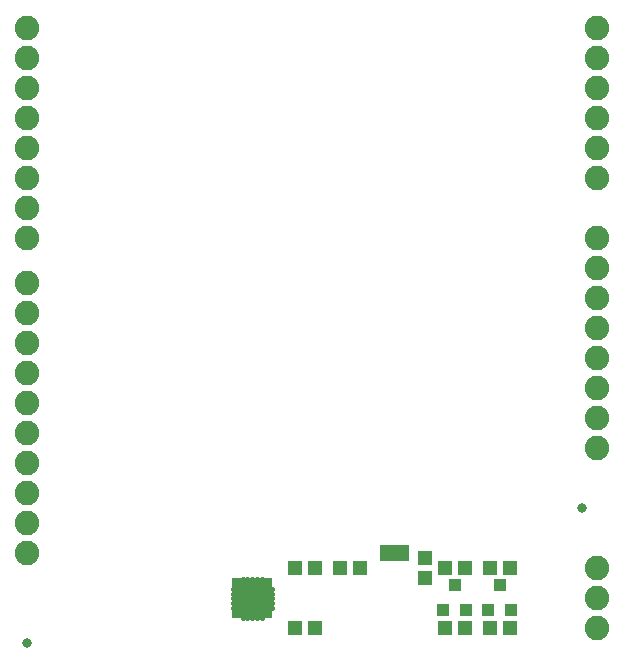
<source format=gbr>
G04 EAGLE Gerber RS-274X export*
G75*
%MOMM*%
%FSLAX34Y34*%
%LPD*%
%INSoldermask Top*%
%IPPOS*%
%AMOC8*
5,1,8,0,0,1.08239X$1,22.5*%
G01*
%ADD10C,0.398200*%
%ADD11R,3.378200X3.403600*%
%ADD12R,1.303200X1.203200*%
%ADD13C,2.082800*%
%ADD14R,1.003200X1.103200*%
%ADD15R,0.838200X1.473200*%
%ADD16R,1.203200X1.303200*%
%ADD17C,0.838200*%


D10*
X215798Y52554D02*
X215798Y47004D01*
X223798Y47004D02*
X223798Y52554D01*
X207798Y52554D02*
X207798Y47004D01*
X219798Y47004D02*
X219798Y52554D01*
X211798Y52554D02*
X211798Y47004D01*
X226795Y63500D02*
X232345Y63500D01*
X232345Y71500D02*
X226795Y71500D01*
X226795Y55500D02*
X232345Y55500D01*
X232345Y67500D02*
X226795Y67500D01*
X226795Y59500D02*
X232345Y59500D01*
X204929Y63500D02*
X199379Y63500D01*
X199379Y55500D02*
X204929Y55500D01*
X204929Y71500D02*
X199379Y71500D01*
X199379Y59500D02*
X204929Y59500D01*
X204929Y67500D02*
X199379Y67500D01*
X215849Y74446D02*
X215849Y79996D01*
X207849Y79996D02*
X207849Y74446D01*
X223849Y74446D02*
X223849Y79996D01*
X211849Y79996D02*
X211849Y74446D01*
X219849Y74446D02*
X219849Y79996D01*
D11*
X215773Y63500D03*
D12*
X289950Y88900D03*
X306950Y88900D03*
X268850Y88900D03*
X251850Y88900D03*
X251850Y38100D03*
X268850Y38100D03*
D13*
X508000Y241300D03*
X508000Y266700D03*
X508000Y292100D03*
X508000Y317500D03*
X508000Y342900D03*
X508000Y368300D03*
X508000Y419100D03*
X508000Y444500D03*
X508000Y469900D03*
X508000Y495300D03*
X508000Y520700D03*
X508000Y546100D03*
X25400Y546100D03*
X25400Y520700D03*
X25400Y495300D03*
X25400Y469900D03*
X25400Y444500D03*
X25400Y419100D03*
X25400Y393700D03*
X25400Y368300D03*
X25400Y330200D03*
X25400Y304800D03*
X25400Y279400D03*
X25400Y254000D03*
X25400Y228600D03*
X25400Y203200D03*
X25400Y177800D03*
X25400Y152400D03*
X25400Y127000D03*
X25400Y101600D03*
X508000Y215900D03*
X508000Y190500D03*
X508000Y88900D03*
X508000Y63500D03*
X508000Y38100D03*
D12*
X433950Y88900D03*
X416950Y88900D03*
D14*
X425450Y74500D03*
X434950Y53500D03*
X415950Y53500D03*
D12*
X378850Y88900D03*
X395850Y88900D03*
D14*
X387350Y74500D03*
X396850Y53500D03*
X377850Y53500D03*
D12*
X433950Y38100D03*
X416950Y38100D03*
X395850Y38100D03*
X378850Y38100D03*
D15*
X328422Y101600D03*
X336550Y101600D03*
X344678Y101600D03*
D16*
X361950Y97400D03*
X361950Y80400D03*
D17*
X25400Y25400D03*
X495300Y139700D03*
M02*

</source>
